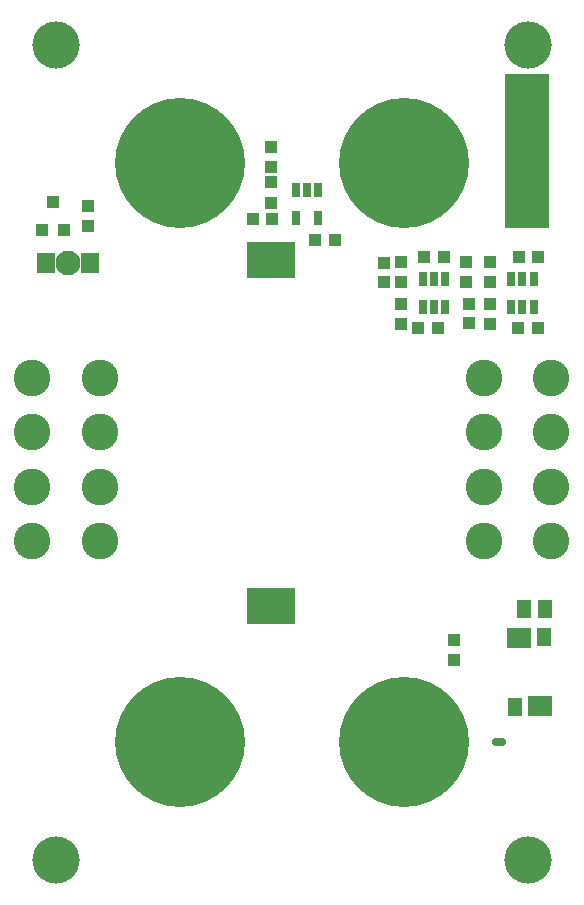
<source format=gbs>
%FSLAX43Y43*%
%MOMM*%
G71*
G01*
G75*
G04 Layer_Color=16711935*
%ADD10C,0.381*%
%ADD11C,11.500*%
%ADD12C,3.000*%
%ADD13C,0.800*%
%ADD14R,0.650X1.100*%
%ADD15R,3.937X2.921*%
%ADD16R,1.200X1.400*%
%ADD17R,1.000X1.000*%
%ADD18R,1.000X1.000*%
%ADD19R,0.900X1.000*%
%ADD20R,1.000X0.900*%
%ADD21R,2.000X1.650*%
%ADD22R,1.150X1.400*%
%ADD23R,0.900X0.950*%
%ADD24R,0.900X0.950*%
%ADD25R,1.500X1.600*%
%ADD26R,0.650X1.200*%
%ADD27C,0.203*%
%ADD28C,0.254*%
%ADD29C,0.508*%
%ADD30C,0.635*%
%ADD31C,3.810*%
%ADD32C,3.175*%
%ADD33C,2.032*%
%ADD34C,0.889*%
%ADD35C,11.000*%
%ADD36R,1.000X4.500*%
%ADD37R,1.000X2.500*%
%ADD38R,6.500X0.750*%
%ADD39R,4.000X2.500*%
%ADD40R,1.750X5.250*%
%ADD41R,5.500X2.250*%
%ADD42R,1.500X9.500*%
%ADD43R,9.500X1.000*%
%ADD44R,3.250X10.250*%
%ADD45R,0.750X4.000*%
%ADD46R,16.500X1.750*%
%ADD47R,16.500X1.500*%
%ADD48C,4.000*%
%ADD49C,2.100*%
%ADD50C,3.102*%
%ADD51R,3.750X13.000*%
%ADD52R,0.752X1.202*%
%ADD53R,4.039X3.023*%
%ADD54R,1.302X1.502*%
%ADD55R,1.102X1.102*%
%ADD56R,1.102X1.102*%
%ADD57R,1.002X1.102*%
%ADD58R,1.102X1.002*%
%ADD59R,2.102X1.752*%
%ADD60R,1.252X1.502*%
%ADD61R,1.002X1.052*%
%ADD62R,1.002X1.052*%
%ADD63R,1.602X1.702*%
%ADD64R,0.752X1.302*%
D30*
X42250Y15000D02*
X42750D01*
D35*
X34500D02*
D03*
X15500Y64000D02*
D03*
X34500D02*
D03*
X15500Y15000D02*
D03*
D48*
X45000Y74000D02*
D03*
X5000D02*
D03*
X45000Y5000D02*
D03*
X5000D02*
D03*
D49*
X6000Y55500D02*
D03*
D50*
X41250Y32000D02*
D03*
X46965D02*
D03*
Y36597D02*
D03*
X41250D02*
D03*
X46965Y41195D02*
D03*
X41250Y41195D02*
D03*
X46965Y45792D02*
D03*
X41250D02*
D03*
X3000Y32000D02*
D03*
X8715D02*
D03*
Y36597D02*
D03*
X3000D02*
D03*
X8715Y41195D02*
D03*
X3000Y41195D02*
D03*
X8715Y45792D02*
D03*
X3000D02*
D03*
D51*
X44875Y65000D02*
D03*
D52*
X37950Y54200D02*
D03*
X37000D02*
D03*
X36050D02*
D03*
Y51800D02*
D03*
X37000D02*
D03*
X37950D02*
D03*
X45450Y54200D02*
D03*
X44500D02*
D03*
X43550D02*
D03*
Y51800D02*
D03*
X44500D02*
D03*
X45450D02*
D03*
D53*
X23250Y26500D02*
D03*
Y55800D02*
D03*
D54*
X44600Y26250D02*
D03*
X46400D02*
D03*
D55*
X32750Y55550D02*
D03*
Y53950D02*
D03*
X40000Y52050D02*
D03*
Y50450D02*
D03*
D56*
X23300Y59250D02*
D03*
X21700D02*
D03*
X45800Y56000D02*
D03*
X44200D02*
D03*
D57*
X36150D02*
D03*
X37850D02*
D03*
X45850Y50000D02*
D03*
X44150D02*
D03*
X28600Y57500D02*
D03*
X26900D02*
D03*
X35650Y50000D02*
D03*
X37350D02*
D03*
D58*
X34250Y52100D02*
D03*
Y50400D02*
D03*
Y55600D02*
D03*
Y53900D02*
D03*
X41750Y52100D02*
D03*
Y50400D02*
D03*
X23250Y63650D02*
D03*
Y65350D02*
D03*
Y62350D02*
D03*
Y60650D02*
D03*
X39750Y53900D02*
D03*
Y55600D02*
D03*
X7750Y58650D02*
D03*
Y60350D02*
D03*
X41750Y55600D02*
D03*
Y53900D02*
D03*
X38750Y23600D02*
D03*
Y21900D02*
D03*
D59*
X44250Y23750D02*
D03*
X45950Y18050D02*
D03*
D60*
X46350Y23850D02*
D03*
X43850Y17950D02*
D03*
D61*
X5700Y58325D02*
D03*
X4750Y60675D02*
D03*
D62*
X3800Y58325D02*
D03*
D63*
X4150Y55500D02*
D03*
X7850D02*
D03*
D64*
X25300Y61700D02*
D03*
X26250D02*
D03*
X27200D02*
D03*
Y59300D02*
D03*
X25300D02*
D03*
M02*

</source>
